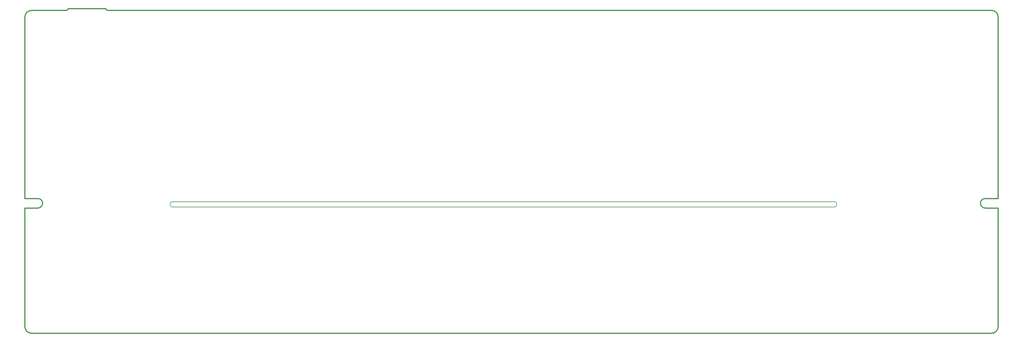
<source format=gm1>
G04 #@! TF.GenerationSoftware,KiCad,Pcbnew,(5.1.6-0-10_14)*
G04 #@! TF.CreationDate,2020-07-20T09:45:54+09:00*
G04 #@! TF.ProjectId,Jones,4a6f6e65-732e-46b6-9963-61645f706362,v.0.2*
G04 #@! TF.SameCoordinates,Original*
G04 #@! TF.FileFunction,Profile,NP*
%FSLAX46Y46*%
G04 Gerber Fmt 4.6, Leading zero omitted, Abs format (unit mm)*
G04 Created by KiCad (PCBNEW (5.1.6-0-10_14)) date 2020-07-20 09:45:54*
%MOMM*%
%LPD*%
G01*
G04 APERTURE LIST*
G04 #@! TA.AperFunction,Profile*
%ADD10C,0.300000*%
G04 #@! TD*
G04 #@! TA.AperFunction,Profile*
%ADD11C,0.150000*%
G04 #@! TD*
G04 #@! TA.AperFunction,Profile*
%ADD12C,0.200000*%
G04 #@! TD*
G04 APERTURE END LIST*
D10*
X305546280Y-117149480D02*
X305600000Y-117150000D01*
X27296280Y-117149480D02*
X305546280Y-117149480D01*
X24600000Y-117150000D02*
X27296280Y-117149480D01*
D11*
X65881250Y-80168750D02*
X259556250Y-80168750D01*
X259556250Y-78581250D02*
X65881250Y-78581250D01*
D12*
X259556250Y-78581250D02*
G75*
G02*
X259556250Y-80168750I0J-793750D01*
G01*
X65881250Y-80168750D02*
G75*
G02*
X65881250Y-78581250I0J793750D01*
G01*
D10*
X305600000Y-22550000D02*
X46800000Y-22550000D01*
X22600000Y-115150000D02*
X22600000Y-80450000D01*
X22600000Y-80450000D02*
X26400000Y-80450000D01*
X26400000Y-77650000D02*
X22600000Y-77650000D01*
X22600000Y-77650000D02*
X22600000Y-24550000D01*
X307600000Y-80450000D02*
X307600000Y-115150000D01*
X307600000Y-77650000D02*
X307600000Y-24550000D01*
X303800000Y-80450000D02*
X307600000Y-80450000D01*
X303800000Y-77650000D02*
X307600000Y-77650000D01*
X35300000Y-22050000D02*
X46300000Y-22050000D01*
X24600000Y-22550000D02*
X34800000Y-22550000D01*
X24600000Y-22550000D02*
G75*
G03*
X22600000Y-24550000I0J-2000000D01*
G01*
X22600000Y-115150000D02*
G75*
G03*
X24600000Y-117150000I2000000J0D01*
G01*
X305600000Y-117150000D02*
G75*
G03*
X307600000Y-115150000I0J2000000D01*
G01*
X307600000Y-24550000D02*
G75*
G03*
X305600000Y-22550000I-2000000J0D01*
G01*
X27800000Y-79050000D02*
G75*
G03*
X26400000Y-77650000I-1400000J0D01*
G01*
X302400000Y-79050000D02*
G75*
G02*
X303800000Y-77650000I1400000J0D01*
G01*
X303800000Y-80450000D02*
G75*
G02*
X302400000Y-79050000I0J1400000D01*
G01*
X26400000Y-80450000D02*
G75*
G03*
X27800000Y-79050000I0J1400000D01*
G01*
X34800000Y-22550000D02*
G75*
G03*
X35300000Y-22050000I0J500000D01*
G01*
X46300000Y-22050000D02*
G75*
G03*
X46800000Y-22550000I500000J0D01*
G01*
M02*

</source>
